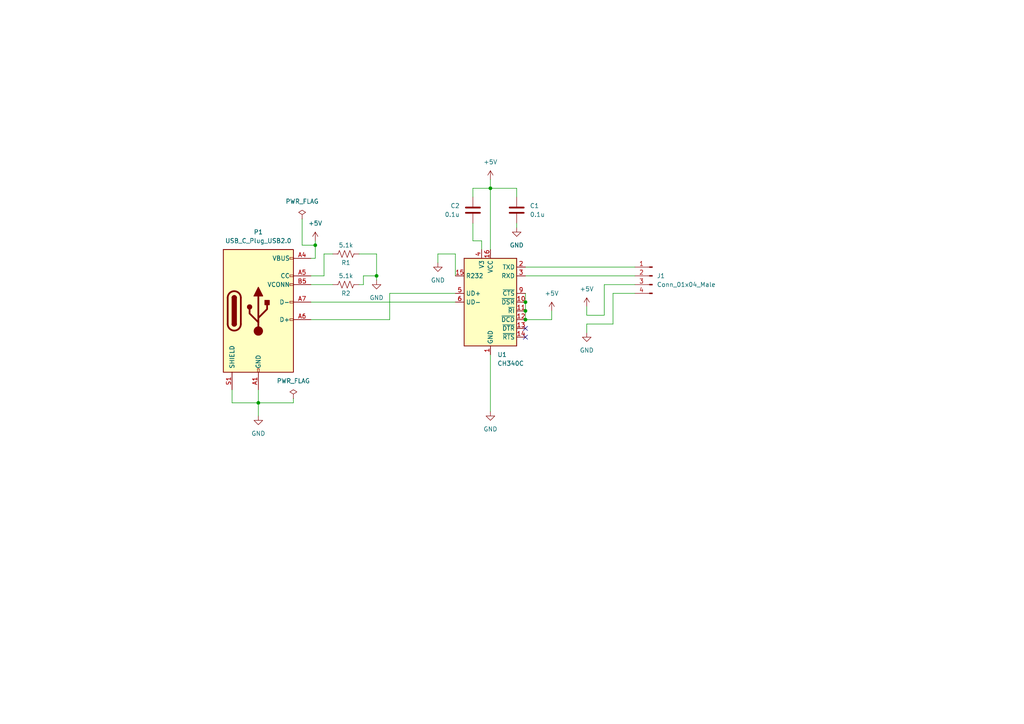
<source format=kicad_sch>
(kicad_sch (version 20211123) (generator eeschema)
  (paper "A4")
  (lib_symbols
    (symbol "Connector:Conn_01x04_Male" (pin_names (offset 1.016) hide)
      (property "Reference" "J" (at 0 5.08 0))
      (property "Value" "Conn_01x04_Male" (at 0 -7.62 0))
      (symbol "Conn_01x04_Male_1_1"
        (polyline (pts (xy 1.27 -5.08) (xy 0.8636 -5.08)) (stroke (width 0.1524)))
        (polyline (pts (xy 1.27 -2.54) (xy 0.8636 -2.54)) (stroke (width 0.1524)))
        (polyline (pts (xy 1.27 0) (xy 0.8636 0)) (stroke (width 0.1524)))
        (polyline (pts (xy 1.27 2.54) (xy 0.8636 2.54)) (stroke (width 0.1524)))
        (rectangle (start 0.8636 -4.953) (end 0 -5.207) (stroke (width 0.1524)) (fill (type outline)))
        (rectangle (start 0.8636 -2.413) (end 0 -2.667) (stroke (width 0.1524)) (fill (type outline)))
        (rectangle (start 0.8636 0.127) (end 0 -0.127) (stroke (width 0.1524)) (fill (type outline)))
        (rectangle (start 0.8636 2.667) (end 0 2.413) (stroke (width 0.1524)) (fill (type outline)))
        (pin passive line (at 5.08 2.54 180) (length 3.81) (name "Pin_1") (number "1"))
        (pin passive line (at 5.08 0 180) (length 3.81) (name "Pin_2") (number "2"))
        (pin passive line (at 5.08 -2.54 180) (length 3.81) (name "Pin_3") (number "3"))
        (pin passive line (at 5.08 -5.08 180) (length 3.81) (name "Pin_4") (number "4"))
      )
    )
    (symbol "Connector:USB_C_Plug_USB2.0" (pin_names (offset 1.016))
      (property "Reference" "P" (at -10.16 19.05 0))
      (property "Value" "USB_C_Plug_USB2.0" (at 12.7 19.05 0))
      (symbol "USB_C_Plug_USB2.0_0_0"
        (rectangle (start -0.254 -17.78) (end 0.254 -16.764))
        (rectangle (start 10.16 -2.286) (end 9.144 -2.794))
        (rectangle (start 10.16 2.794) (end 9.144 2.286))
        (rectangle (start 10.16 7.874) (end 9.144 7.366))
        (rectangle (start 10.16 10.414) (end 9.144 9.906))
        (rectangle (start 10.16 15.494) (end 9.144 14.986))
      )
      (symbol "USB_C_Plug_USB2.0_0_1"
        (rectangle (start -10.16 17.78) (end 10.16 -17.78) (stroke (width 0.254)) (fill (type background)))
        (arc (start -8.89 -3.81) (mid -6.985 -5.715) (end -5.08 -3.81) (stroke (width 0.508)))
        (arc (start -7.62 -3.81) (mid -6.985 -4.445) (end -6.35 -3.81) (stroke (width 0.254)))
        (arc (start -7.62 -3.81) (mid -6.985 -4.445) (end -6.35 -3.81) (stroke (width 0.254)) (fill (type outline)))
        (rectangle (start -7.62 -3.81) (end -6.35 3.81) (stroke (width 0.254)) (fill (type outline)))
        (arc (start -6.35 3.81) (mid -6.985 4.445) (end -7.62 3.81) (stroke (width 0.254)))
        (arc (start -6.35 3.81) (mid -6.985 4.445) (end -7.62 3.81) (stroke (width 0.254)) (fill (type outline)))
        (arc (start -5.08 3.81) (mid -6.985 5.715) (end -8.89 3.81) (stroke (width 0.508)))
        (circle (center -2.54 1.143) (radius 0.635) (stroke (width 0.254)) (fill (type outline)))
        (circle (center 0 -5.842) (radius 1.27) (fill (type outline)))
        (polyline (pts (xy -8.89 -3.81) (xy -8.89 3.81)) (stroke (width 0.508)))
        (polyline (pts (xy -5.08 3.81) (xy -5.08 -3.81)) (stroke (width 0.508)))
        (polyline (pts (xy 0 -5.842) (xy 0 4.318)) (stroke (width 0.508)))
        (polyline (pts (xy 0 -3.302) (xy -2.54 -0.762) (xy -2.54 0.508)) (stroke (width 0.508)))
        (polyline (pts (xy 0 -2.032) (xy 2.54 0.508) (xy 2.54 1.778)) (stroke (width 0.508)))
        (polyline (pts (xy -1.27 4.318) (xy 0 6.858) (xy 1.27 4.318) (xy -1.27 4.318)) (stroke (width 0.254)) (fill (type outline)))
        (rectangle (start 1.905 1.778) (end 3.175 3.048) (stroke (width 0.254)) (fill (type outline)))
      )
      (symbol "USB_C_Plug_USB2.0_1_1"
        (pin passive line (at 0 -22.86 90) (length 5.08) (name "GND") (number "A1"))
        (pin passive line (at 0 -22.86 90) (length 5.08) hide (name "GND") (number "A12"))
        (pin passive line (at 15.24 15.24 180) (length 5.08) (name "VBUS") (number "A4"))
        (pin bidirectional line (at 15.24 10.16 180) (length 5.08) (name "CC") (number "A5"))
        (pin bidirectional line (at 15.24 -2.54 180) (length 5.08) (name "D+") (number "A6"))
        (pin bidirectional line (at 15.24 2.54 180) (length 5.08) (name "D-") (number "A7"))
        (pin passive line (at 15.24 15.24 180) (length 5.08) hide (name "VBUS") (number "A9"))
        (pin passive line (at 0 -22.86 90) (length 5.08) hide (name "GND") (number "B1"))
        (pin passive line (at 0 -22.86 90) (length 5.08) hide (name "GND") (number "B12"))
        (pin passive line (at 15.24 15.24 180) (length 5.08) hide (name "VBUS") (number "B4"))
        (pin bidirectional line (at 15.24 7.62 180) (length 5.08) (name "VCONN") (number "B5"))
        (pin passive line (at 15.24 15.24 180) (length 5.08) hide (name "VBUS") (number "B9"))
        (pin passive line (at -7.62 -22.86 90) (length 5.08) (name "SHIELD") (number "S1"))
      )
    )
    (symbol "Device:C" (pin_numbers hide) (pin_names (offset 0.254))
      (property "Reference" "C" (at 0.635 2.54 0))
      (property "Value" "C" (at 0.635 -2.54 0))
      (symbol "C_0_1"
        (polyline (pts (xy -2.032 -0.762) (xy 2.032 -0.762)) (stroke (width 0.508)))
        (polyline (pts (xy -2.032 0.762) (xy 2.032 0.762)) (stroke (width 0.508)))
      )
      (symbol "C_1_1"
        (pin passive line (at 0 3.81 270) (length 2.794) (name "~") (number "1"))
        (pin passive line (at 0 -3.81 90) (length 2.794) (name "~") (number "2"))
      )
    )
    (symbol "Device:R_US" (pin_numbers hide) (pin_names (offset 0))
      (property "Reference" "R" (at 2.54 0 90))
      (property "Value" "R_US" (at -2.54 0 90))
      (symbol "R_US_0_1"
        (polyline (pts (xy 0 -2.286) (xy 0 -2.54)))
        (polyline (pts (xy 0 2.286) (xy 0 2.54)))
        (polyline (pts (xy 0 -0.762) (xy 1.016 -1.143) (xy 0 -1.524) (xy -1.016 -1.905) (xy 0 -2.286)))
        (polyline (pts (xy 0 0.762) (xy 1.016 0.381) (xy 0 0) (xy -1.016 -0.381) (xy 0 -0.762)))
        (polyline (pts (xy 0 2.286) (xy 1.016 1.905) (xy 0 1.524) (xy -1.016 1.143) (xy 0 0.762)))
      )
      (symbol "R_US_1_1"
        (pin passive line (at 0 3.81 270) (length 1.27) (name "~") (number "1"))
        (pin passive line (at 0 -3.81 90) (length 1.27) (name "~") (number "2"))
      )
    )
    (symbol "Interface_USB:CH340C"
      (property "Reference" "U" (at -5.08 13.97 0))
      (property "Value" "CH340C" (at 1.27 13.97 0))
      (symbol "CH340C_0_1"
        (rectangle (start -7.62 12.7) (end 7.62 -12.7) (stroke (width 0.254)) (fill (type background)))
      )
      (symbol "CH340C_1_1"
        (pin power_in line (at 0 -15.24 90) (length 2.54) (name "GND") (number "1"))
        (pin input line (at 10.16 0 180) (length 2.54) (name "~{DSR}") (number "10"))
        (pin input line (at 10.16 -2.54 180) (length 2.54) (name "~{RI}") (number "11"))
        (pin input line (at 10.16 -5.08 180) (length 2.54) (name "~{DCD}") (number "12"))
        (pin output line (at 10.16 -7.62 180) (length 2.54) (name "~{DTR}") (number "13"))
        (pin output line (at 10.16 -10.16 180) (length 2.54) (name "~{RTS}") (number "14"))
        (pin input line (at -10.16 7.62 0) (length 2.54) (name "R232") (number "15"))
        (pin power_in line (at 0 15.24 270) (length 2.54) (name "VCC") (number "16"))
        (pin output line (at 10.16 10.16 180) (length 2.54) (name "TXD") (number "2"))
        (pin input line (at 10.16 7.62 180) (length 2.54) (name "RXD") (number "3"))
        (pin passive line (at -2.54 15.24 270) (length 2.54) (name "V3") (number "4"))
        (pin bidirectional line (at -10.16 2.54 0) (length 2.54) (name "UD+") (number "5"))
        (pin bidirectional line (at -10.16 0 0) (length 2.54) (name "UD-") (number "6"))
        (pin no_connect line (at -7.62 -7.62 0) (length 2.54) hide (name "NC") (number "7"))
        (pin no_connect line (at -7.62 -10.16 0) (length 2.54) hide (name "NC") (number "8"))
        (pin input line (at 10.16 2.54 180) (length 2.54) (name "~{CTS}") (number "9"))
      )
    )
    (symbol "power:+5V" (power) (pin_names (offset 0))
      (property "Value" "+5V" (at 0 3.556 0))
      (symbol "+5V_0_1"
        (polyline (pts (xy -0.762 1.27) (xy 0 2.54)))
        (polyline (pts (xy 0 0) (xy 0 2.54)))
        (polyline (pts (xy 0 2.54) (xy 0.762 1.27)))
      )
      (symbol "+5V_1_1"
        (pin power_in line (at 0 0 90) (length 0) hide (name "+5V") (number "1"))
      )
    )
    (symbol "power:GND" (power) (pin_names (offset 0))
      (property "Value" "GND" (at 0 -3.81 0))
      (symbol "GND_0_1"
        (polyline (pts (xy 0 0) (xy 0 -1.27) (xy 1.27 -1.27) (xy 0 -2.54) (xy -1.27 -1.27) (xy 0 -1.27)))
      )
      (symbol "GND_1_1"
        (pin power_in line (at 0 0 270) (length 0) hide (name "GND") (number "1"))
      )
    )
    (symbol "power:PWR_FLAG" (power) (pin_numbers hide) (pin_names (offset 0) hide)
      (property "Value" "PWR_FLAG" (at 0 3.81 0))
      (symbol "PWR_FLAG_0_0"
        (pin power_out line (at 0 0 90) (length 0) (name "pwr") (number "1"))
      )
      (symbol "PWR_FLAG_0_1"
        (polyline (pts (xy 0 0) (xy 0 1.27) (xy -1.016 1.905) (xy 0 2.54) (xy 1.016 1.905) (xy 0 1.27)))
      )
    )
  )
  (junction (at 142.24 54.61))
  (junction (at 152.4 87.63))
  (junction (at 91.44 71.12))
  (junction (at 74.93 116.84))
  (junction (at 152.4 90.17))
  (junction (at 109.22 80.01))
  (junction (at 152.4 92.71))
  (no_connect (at 152.4 97.79))
  (no_connect (at 152.4 95.25))
  (wire (pts (xy 132.08 73.66) (xy 127 73.66)))
  (wire (pts (xy 142.24 52.07) (xy 142.24 54.61)))
  (wire (pts (xy 93.98 73.66) (xy 96.52 73.66)))
  (wire (pts (xy 67.31 113.03) (xy 67.31 116.84)))
  (wire (pts (xy 177.8 93.98) (xy 177.8 85.09)))
  (wire (pts (xy 85.09 116.84) (xy 74.93 116.84)))
  (wire (pts (xy 139.7 69.85) (xy 137.16 69.85)))
  (wire (pts (xy 91.44 74.93) (xy 90.17 74.93)))
  (wire (pts (xy 170.18 88.9) (xy 170.18 91.44)))
  (wire (pts (xy 160.02 92.71) (xy 160.02 90.17)))
  (wire (pts (xy 137.16 69.85) (xy 137.16 64.77)))
  (wire (pts (xy 105.41 82.55) (xy 105.41 80.01)))
  (wire (pts (xy 137.16 57.15) (xy 137.16 54.61)))
  (wire (pts (xy 90.17 92.71) (xy 113.03 92.71)))
  (wire (pts (xy 104.14 82.55) (xy 105.41 82.55)))
  (wire (pts (xy 87.63 71.12) (xy 91.44 71.12)))
  (wire (pts (xy 170.18 91.44) (xy 175.26 91.44)))
  (wire (pts (xy 113.03 92.71) (xy 113.03 85.09)))
  (wire (pts (xy 132.08 80.01) (xy 132.08 73.66)))
  (wire (pts (xy 142.24 54.61) (xy 142.24 72.39)))
  (wire (pts (xy 152.4 80.01) (xy 184.15 80.01)))
  (wire (pts (xy 127 73.66) (xy 127 76.2)))
  (wire (pts (xy 137.16 54.61) (xy 142.24 54.61)))
  (wire (pts (xy 152.4 90.17) (xy 152.4 92.71)))
  (wire (pts (xy 87.63 63.5) (xy 87.63 71.12)))
  (wire (pts (xy 170.18 93.98) (xy 177.8 93.98)))
  (wire (pts (xy 90.17 80.01) (xy 93.98 80.01)))
  (wire (pts (xy 93.98 80.01) (xy 93.98 73.66)))
  (wire (pts (xy 175.26 82.55) (xy 184.15 82.55)))
  (wire (pts (xy 149.86 64.77) (xy 149.86 66.04)))
  (wire (pts (xy 113.03 85.09) (xy 132.08 85.09)))
  (wire (pts (xy 90.17 87.63) (xy 132.08 87.63)))
  (wire (pts (xy 67.31 116.84) (xy 74.93 116.84)))
  (wire (pts (xy 152.4 92.71) (xy 160.02 92.71)))
  (wire (pts (xy 85.09 115.57) (xy 85.09 116.84)))
  (wire (pts (xy 109.22 80.01) (xy 109.22 81.28)))
  (wire (pts (xy 142.24 119.38) (xy 142.24 102.87)))
  (wire (pts (xy 149.86 57.15) (xy 149.86 54.61)))
  (wire (pts (xy 152.4 85.09) (xy 152.4 87.63)))
  (wire (pts (xy 91.44 69.85) (xy 91.44 71.12)))
  (wire (pts (xy 152.4 87.63) (xy 152.4 90.17)))
  (wire (pts (xy 74.93 120.65) (xy 74.93 116.84)))
  (wire (pts (xy 90.17 82.55) (xy 96.52 82.55)))
  (wire (pts (xy 170.18 96.52) (xy 170.18 93.98)))
  (wire (pts (xy 91.44 71.12) (xy 91.44 74.93)))
  (wire (pts (xy 177.8 85.09) (xy 184.15 85.09)))
  (wire (pts (xy 175.26 91.44) (xy 175.26 82.55)))
  (wire (pts (xy 152.4 77.47) (xy 184.15 77.47)))
  (wire (pts (xy 109.22 73.66) (xy 109.22 80.01)))
  (wire (pts (xy 139.7 69.85) (xy 139.7 72.39)))
  (wire (pts (xy 105.41 80.01) (xy 109.22 80.01)))
  (wire (pts (xy 149.86 54.61) (xy 142.24 54.61)))
  (wire (pts (xy 74.93 116.84) (xy 74.93 113.03)))
  (wire (pts (xy 104.14 73.66) (xy 109.22 73.66)))
  (symbol (lib_id "power:GND") (at 142.24 119.38 0) (unit 1)
    (property "Reference" "#PWR06" (effects hide))
    (property "Value" "GND" (at 142.24 124.46 0))
  )
  (symbol (lib_id "power:PWR_FLAG") (at 85.09 115.57 0) (unit 1)
    (property "Reference" "#FLG01" (effects hide))
    (property "Value" "PWR_FLAG" (at 85.09 110.49 0))
  )
  (symbol (lib_id "power:GND") (at 149.86 66.04 0) (unit 1)
    (property "Reference" "#PWR07" (effects hide))
    (property "Value" "GND" (at 149.86 71.12 0))
  )
  (symbol (lib_id "Device:R_US") (at 100.33 73.66 90) (unit 1)
    (property "Reference" "R1" (at 100.33 76.2 90))
    (property "Value" "5.1k" (at 100.33 71.12 90))
    (property "Footprint" "Resistor_SMD:R_0201_0603Metric" (effects hide))
  )
  (symbol (lib_id "power:+5V") (at 170.18 88.9 0) (unit 1)
    (property "Reference" "#PWR09" (effects hide))
    (property "Value" "+5V" (at 170.18 83.82 0))
  )
  (symbol (lib_id "power:GND") (at 109.22 81.28 0) (unit 1)
    (property "Reference" "#PWR03" (effects hide))
    (property "Value" "GND" (at 109.22 86.36 0))
  )
  (symbol (lib_id "Device:C") (at 137.16 60.96 0) (mirror x) (unit 1)
    (property "Reference" "C2" (at 133.35 59.6899 0) (effects (justify right)))
    (property "Value" "0.1u" (at 133.35 62.2299 0) (effects (justify right)))
    (property "Footprint" "Capacitor_SMD:C_0402_1005Metric_Pad0.74x0.62mm_HandSolder" (effects hide))
  )
  (symbol (lib_id "power:GND") (at 127 76.2 0) (unit 1)
    (property "Reference" "#PWR04" (effects hide))
    (property "Value" "GND" (at 127 81.28 0))
  )
  (symbol (lib_id "power:PWR_FLAG") (at 87.63 63.5 0) (unit 1)
    (property "Reference" "#FLG02" (effects hide))
    (property "Value" "PWR_FLAG" (at 87.63 58.42 0))
  )
  (symbol (lib_id "power:GND") (at 74.93 120.65 0) (unit 1)
    (property "Reference" "#PWR01" (effects hide))
    (property "Value" "GND" (at 74.93 125.73 0))
  )
  (symbol (lib_id "power:+5V") (at 160.02 90.17 0) (unit 1)
    (property "Reference" "#PWR0102" (effects hide))
    (property "Value" "+5V" (at 160.02 85.09 0))
  )
  (symbol (lib_id "power:GND") (at 170.18 96.52 0) (unit 1)
    (property "Reference" "#PWR010" (effects hide))
    (property "Value" "GND" (at 170.18 101.6 0))
  )
  (symbol (lib_id "Interface_USB:CH340C") (at 142.24 87.63 0) (unit 1)
    (property "Reference" "U1" (at 144.2594 102.87 0) (effects (justify left)))
    (property "Value" "CH340C" (at 144.2594 105.41 0) (effects (justify left)))
    (property "Footprint" "Package_SO:SOIC-16_3.9x9.9mm_P1.27mm" (effects hide))
    (property "Datasheet" "https://datasheet.lcsc.com/szlcsc/Jiangsu-Qin-Heng-CH340C_C84681.pdf" (effects hide))
  )
  (symbol (lib_id "power:+5V") (at 142.24 52.07 0) (unit 1)
    (property "Reference" "#PWR0101" (effects hide))
    (property "Value" "+5V" (at 142.24 46.99 0))
  )
  (symbol (lib_id "Device:C") (at 149.86 60.96 0) (unit 1)
    (property "Reference" "C1" (at 153.67 59.6899 0) (effects (justify left)))
    (property "Value" "0.1u" (at 153.67 62.2299 0) (effects (justify left)))
    (property "Footprint" "Capacitor_SMD:C_0402_1005Metric_Pad0.74x0.62mm_HandSolder" (effects hide))
  )
  (symbol (lib_id "power:+5V") (at 91.44 69.85 0) (unit 1)
    (property "Reference" "#PWR02" (effects hide))
    (property "Value" "+5V" (at 91.44 64.77 0))
  )
  (symbol (lib_id "Device:R_US") (at 100.33 82.55 90) (unit 1)
    (property "Reference" "R2" (at 100.33 85.09 90))
    (property "Value" "5.1k" (at 100.33 80.01 90))
    (property "Footprint" "Resistor_SMD:R_0201_0603Metric" (effects hide))
  )
  (symbol (lib_id "Connector:Conn_01x04_Male") (at 189.23 80.01 0) (mirror y) (unit 1)
    (property "Reference" "J1" (at 190.5 80.0099 0) (effects (justify right)))
    (property "Value" "Conn_01x04_Male" (at 190.5 82.5499 0) (effects (justify right)))
    (property "Footprint" "Connector_PinHeader_1.00mm:PinHeader_1x04_P1.00mm_Horizontal" (effects hide))
  )
  (symbol (lib_id "Connector:USB_C_Plug_USB2.0") (at 74.93 90.17 0) (unit 1)
    (property "Reference" "P1" (at 74.93 67.31 0))
    (property "Value" "USB_C_Plug_USB2.0" (at 74.93 69.85 0))
    (property "Footprint" "Connector_USB:USB_C_Plug_Molex_105444" (effects hide))
    (property "Datasheet" "https://www.usb.org/sites/default/files/documents/usb_type-c.zip" (effects hide))
  )
)
</source>
